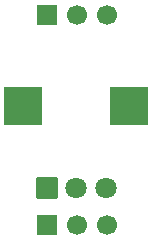
<source format=gbr>
%TF.GenerationSoftware,KiCad,Pcbnew,9.0.6*%
%TF.CreationDate,2025-12-17T11:27:33-05:00*%
%TF.ProjectId,lichen-breadboard-alpha-pot-single-adaptor,6c696368-656e-42d6-9272-656164626f61,rev?*%
%TF.SameCoordinates,Original*%
%TF.FileFunction,Soldermask,Top*%
%TF.FilePolarity,Negative*%
%FSLAX46Y46*%
G04 Gerber Fmt 4.6, Leading zero omitted, Abs format (unit mm)*
G04 Created by KiCad (PCBNEW 9.0.6) date 2025-12-17 11:27:33*
%MOMM*%
%LPD*%
G01*
G04 APERTURE LIST*
G04 Aperture macros list*
%AMRoundRect*
0 Rectangle with rounded corners*
0 $1 Rounding radius*
0 $2 $3 $4 $5 $6 $7 $8 $9 X,Y pos of 4 corners*
0 Add a 4 corners polygon primitive as box body*
4,1,4,$2,$3,$4,$5,$6,$7,$8,$9,$2,$3,0*
0 Add four circle primitives for the rounded corners*
1,1,$1+$1,$2,$3*
1,1,$1+$1,$4,$5*
1,1,$1+$1,$6,$7*
1,1,$1+$1,$8,$9*
0 Add four rect primitives between the rounded corners*
20,1,$1+$1,$2,$3,$4,$5,0*
20,1,$1+$1,$4,$5,$6,$7,0*
20,1,$1+$1,$6,$7,$8,$9,0*
20,1,$1+$1,$8,$9,$2,$3,0*%
G04 Aperture macros list end*
%ADD10RoundRect,0.076200X-0.825000X0.825000X-0.825000X-0.825000X0.825000X-0.825000X0.825000X0.825000X0*%
%ADD11C,1.802400*%
%ADD12RoundRect,0.076200X-1.558000X1.558000X-1.558000X-1.558000X1.558000X-1.558000X1.558000X1.558000X0*%
%ADD13R,1.700000X1.700000*%
%ADD14C,1.700000*%
G04 APERTURE END LIST*
D10*
%TO.C,RV1*%
X104000000Y-116660000D03*
D11*
X106500000Y-116660000D03*
X109000000Y-116660000D03*
D12*
X102000000Y-109660000D03*
X111000000Y-109660000D03*
%TD*%
D13*
%TO.C,J1*%
X104000000Y-102000000D03*
D14*
X106540000Y-102000000D03*
X109080000Y-102000000D03*
%TD*%
D13*
%TO.C,J3*%
X104000000Y-119780000D03*
D14*
X106540000Y-119780000D03*
X109080000Y-119780000D03*
%TD*%
M02*

</source>
